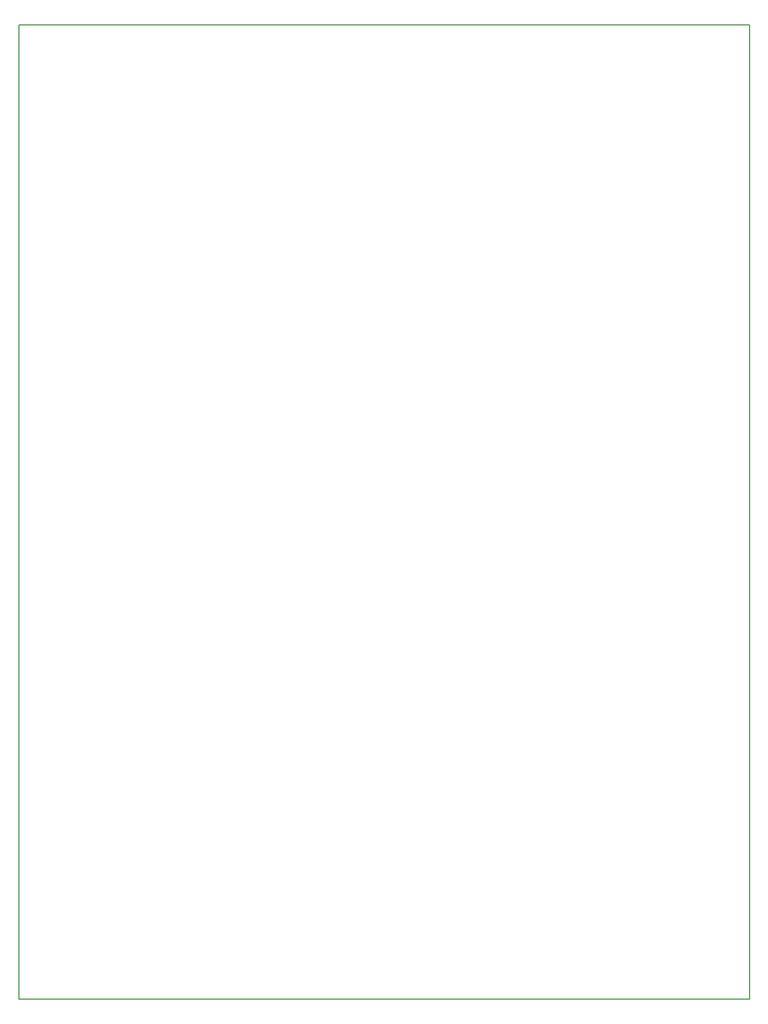
<source format=gbr>
G04 #@! TF.GenerationSoftware,KiCad,Pcbnew,(5.1.0)-1*
G04 #@! TF.CreationDate,2019-03-27T23:46:10-05:00*
G04 #@! TF.ProjectId,LatheControl,4c617468-6543-46f6-9e74-726f6c2e6b69,rev?*
G04 #@! TF.SameCoordinates,Original*
G04 #@! TF.FileFunction,Profile,NP*
%FSLAX46Y46*%
G04 Gerber Fmt 4.6, Leading zero omitted, Abs format (unit mm)*
G04 Created by KiCad (PCBNEW (5.1.0)-1) date 2019-03-27 23:46:10*
%MOMM*%
%LPD*%
G04 APERTURE LIST*
%ADD10C,0.150000*%
G04 APERTURE END LIST*
D10*
X190500000Y-177800000D02*
X190500000Y-25400000D01*
X76200000Y-177800000D02*
X190500000Y-177800000D01*
X76200000Y-25400000D02*
X76200000Y-177800000D01*
X76200000Y-25400000D02*
X190500000Y-25400000D01*
M02*

</source>
